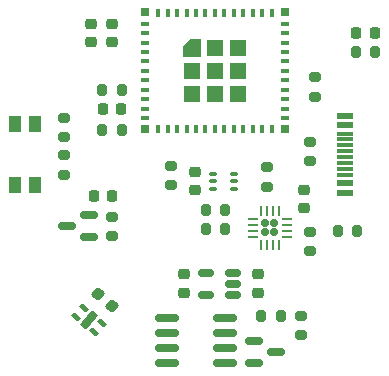
<source format=gtp>
G04 #@! TF.GenerationSoftware,KiCad,Pcbnew,6.0.5-a6ca702e91~116~ubuntu20.04.1*
G04 #@! TF.CreationDate,2022-06-15T15:16:03+00:00*
G04 #@! TF.ProjectId,PlantBuddy,506c616e-7442-4756-9464-792e6b696361,rev?*
G04 #@! TF.SameCoordinates,Original*
G04 #@! TF.FileFunction,Paste,Top*
G04 #@! TF.FilePolarity,Positive*
%FSLAX46Y46*%
G04 Gerber Fmt 4.6, Leading zero omitted, Abs format (unit mm)*
G04 Created by KiCad (PCBNEW 6.0.5-a6ca702e91~116~ubuntu20.04.1) date 2022-06-15 15:16:03*
%MOMM*%
%LPD*%
G01*
G04 APERTURE LIST*
G04 Aperture macros list*
%AMRoundRect*
0 Rectangle with rounded corners*
0 $1 Rounding radius*
0 $2 $3 $4 $5 $6 $7 $8 $9 X,Y pos of 4 corners*
0 Add a 4 corners polygon primitive as box body*
4,1,4,$2,$3,$4,$5,$6,$7,$8,$9,$2,$3,0*
0 Add four circle primitives for the rounded corners*
1,1,$1+$1,$2,$3*
1,1,$1+$1,$4,$5*
1,1,$1+$1,$6,$7*
1,1,$1+$1,$8,$9*
0 Add four rect primitives between the rounded corners*
20,1,$1+$1,$2,$3,$4,$5,0*
20,1,$1+$1,$4,$5,$6,$7,0*
20,1,$1+$1,$6,$7,$8,$9,0*
20,1,$1+$1,$8,$9,$2,$3,0*%
%AMRotRect*
0 Rectangle, with rotation*
0 The origin of the aperture is its center*
0 $1 length*
0 $2 width*
0 $3 Rotation angle, in degrees counterclockwise*
0 Add horizontal line*
21,1,$1,$2,0,0,$3*%
G04 Aperture macros list end*
%ADD10C,0.010000*%
%ADD11RoundRect,0.200000X-0.200000X-0.275000X0.200000X-0.275000X0.200000X0.275000X-0.200000X0.275000X0*%
%ADD12RoundRect,0.225000X0.250000X-0.225000X0.250000X0.225000X-0.250000X0.225000X-0.250000X-0.225000X0*%
%ADD13RoundRect,0.200000X0.200000X0.275000X-0.200000X0.275000X-0.200000X-0.275000X0.200000X-0.275000X0*%
%ADD14RoundRect,0.200000X-0.275000X0.200000X-0.275000X-0.200000X0.275000X-0.200000X0.275000X0.200000X0*%
%ADD15RoundRect,0.160000X-0.160000X-0.160000X0.160000X-0.160000X0.160000X0.160000X-0.160000X0.160000X0*%
%ADD16RoundRect,0.062500X-0.375000X-0.062500X0.375000X-0.062500X0.375000X0.062500X-0.375000X0.062500X0*%
%ADD17RoundRect,0.062500X-0.062500X-0.375000X0.062500X-0.375000X0.062500X0.375000X-0.062500X0.375000X0*%
%ADD18RoundRect,0.150000X0.512500X0.150000X-0.512500X0.150000X-0.512500X-0.150000X0.512500X-0.150000X0*%
%ADD19R,1.450000X0.600000*%
%ADD20R,1.450000X0.300000*%
%ADD21R,1.000000X1.450000*%
%ADD22RoundRect,0.218750X-0.218750X-0.256250X0.218750X-0.256250X0.218750X0.256250X-0.218750X0.256250X0*%
%ADD23R,0.800000X0.400000*%
%ADD24R,0.400000X0.800000*%
%ADD25R,1.450000X1.450000*%
%ADD26R,0.700000X0.700000*%
%ADD27RoundRect,0.225000X-0.250000X0.225000X-0.250000X-0.225000X0.250000X-0.225000X0.250000X0.225000X0*%
%ADD28RoundRect,0.150000X-0.825000X-0.150000X0.825000X-0.150000X0.825000X0.150000X-0.825000X0.150000X0*%
%ADD29RoundRect,0.200000X0.275000X-0.200000X0.275000X0.200000X-0.275000X0.200000X-0.275000X-0.200000X0*%
%ADD30RoundRect,0.075000X-0.250000X-0.075000X0.250000X-0.075000X0.250000X0.075000X-0.250000X0.075000X0*%
%ADD31RoundRect,0.225000X0.225000X0.250000X-0.225000X0.250000X-0.225000X-0.250000X0.225000X-0.250000X0*%
%ADD32RoundRect,0.225000X-0.333057X-0.046884X0.011663X-0.336138X0.333057X0.046884X-0.011663X0.336138X0*%
%ADD33RoundRect,0.150000X-0.587500X-0.150000X0.587500X-0.150000X0.587500X0.150000X-0.587500X0.150000X0*%
%ADD34RoundRect,0.014000X-0.380031X0.108713X0.173053X-0.355379X0.380031X-0.108713X-0.173053X0.355379X0*%
%ADD35RotRect,0.700000X1.600000X320.000000*%
%ADD36RoundRect,0.150000X0.587500X0.150000X-0.587500X0.150000X-0.587500X-0.150000X0.587500X-0.150000X0*%
G04 APERTURE END LIST*
G04 #@! TO.C,U5*
G36*
X86624080Y-42156171D02*
G01*
X85174080Y-42156171D01*
X85174080Y-41306171D01*
X85774080Y-40706171D01*
X86624080Y-40706171D01*
X86624080Y-42156171D01*
G37*
D10*
X86624080Y-42156171D02*
X85174080Y-42156171D01*
X85174080Y-41306171D01*
X85774080Y-40706171D01*
X86624080Y-40706171D01*
X86624080Y-42156171D01*
G04 #@! TD*
D11*
G04 #@! TO.C,R6*
X87119080Y-55160171D03*
X88769080Y-55160171D03*
G04 #@! TD*
D12*
G04 #@! TO.C,C9*
X77403080Y-40949171D03*
X77403080Y-39399171D03*
G04 #@! TD*
G04 #@! TO.C,C11*
X85277080Y-62171171D03*
X85277080Y-60621171D03*
G04 #@! TD*
G04 #@! TO.C,C8*
X79181080Y-40949171D03*
X79181080Y-39399171D03*
G04 #@! TD*
D13*
G04 #@! TO.C,R10*
X88769080Y-56811171D03*
X87119080Y-56811171D03*
G04 #@! TD*
D14*
G04 #@! TO.C,R13*
X75117080Y-50525171D03*
X75117080Y-52175171D03*
G04 #@! TD*
D15*
G04 #@! TO.C,U4*
X92116080Y-56284171D03*
X92916080Y-57084171D03*
X92116080Y-57084171D03*
X92916080Y-56284171D03*
D16*
X91078580Y-55934171D03*
X91078580Y-56434171D03*
X91078580Y-56934171D03*
X91078580Y-57434171D03*
D17*
X91766080Y-58121671D03*
X92266080Y-58121671D03*
X92766080Y-58121671D03*
X93266080Y-58121671D03*
D16*
X93953580Y-57434171D03*
X93953580Y-56934171D03*
X93953580Y-56434171D03*
X93953580Y-55934171D03*
D17*
X93266080Y-55246671D03*
X92766080Y-55246671D03*
X92266080Y-55246671D03*
X91766080Y-55246671D03*
G04 #@! TD*
D18*
G04 #@! TO.C,U6*
X89406580Y-62396171D03*
X89406580Y-61446171D03*
X89406580Y-60496171D03*
X87131580Y-60496171D03*
X87131580Y-62396171D03*
G04 #@! TD*
D19*
G04 #@! TO.C,J1*
X98885080Y-53711171D03*
X98885080Y-52911171D03*
D20*
X98885080Y-51711171D03*
X98885080Y-50711171D03*
X98885080Y-50211171D03*
X98885080Y-49211171D03*
D19*
X98885080Y-48011171D03*
X98885080Y-47211171D03*
X98885080Y-47211171D03*
X98885080Y-48011171D03*
D20*
X98885080Y-48711171D03*
X98885080Y-49711171D03*
X98885080Y-51211171D03*
X98885080Y-52211171D03*
D19*
X98885080Y-52911171D03*
X98885080Y-53711171D03*
G04 #@! TD*
D21*
G04 #@! TO.C,SW1*
X70965080Y-47886171D03*
X70965080Y-53036171D03*
X72665080Y-53036171D03*
X72665080Y-47886171D03*
G04 #@! TD*
D14*
G04 #@! TO.C,R3*
X92262080Y-51541171D03*
X92262080Y-53191171D03*
G04 #@! TD*
D13*
G04 #@! TO.C,R8*
X80006080Y-45000171D03*
X78356080Y-45000171D03*
G04 #@! TD*
D22*
G04 #@! TO.C,D4*
X99856580Y-40174171D03*
X101431580Y-40174171D03*
G04 #@! TD*
D14*
G04 #@! TO.C,R17*
X79181080Y-55732171D03*
X79181080Y-57382171D03*
G04 #@! TD*
G04 #@! TO.C,R12*
X95183080Y-64114171D03*
X95183080Y-65764171D03*
G04 #@! TD*
D23*
G04 #@! TO.C,U5*
X81974080Y-39406171D03*
X81974080Y-40206171D03*
X81974080Y-41006171D03*
X81974080Y-41806171D03*
X81974080Y-42606171D03*
X81974080Y-43406171D03*
X81974080Y-44206171D03*
X81974080Y-45006171D03*
X81974080Y-45806171D03*
X81974080Y-46606171D03*
X81974080Y-47406171D03*
D24*
X83074080Y-48306171D03*
X83874080Y-48306171D03*
X84674080Y-48306171D03*
X85474080Y-48306171D03*
X86274080Y-48306171D03*
X87074080Y-48306171D03*
X87874080Y-48306171D03*
X88674080Y-48306171D03*
X89474080Y-48306171D03*
X90274080Y-48306171D03*
X91074080Y-48306171D03*
X91874080Y-48306171D03*
X92674080Y-48306171D03*
D23*
X93774080Y-47406171D03*
X93774080Y-46606171D03*
X93774080Y-45806171D03*
X93774080Y-45006171D03*
X93774080Y-44206171D03*
X93774080Y-43406171D03*
X93774080Y-42606171D03*
X93774080Y-41806171D03*
X93774080Y-41006171D03*
X93774080Y-40206171D03*
X93774080Y-39406171D03*
D24*
X92674080Y-38506171D03*
X91874080Y-38506171D03*
X91074080Y-38506171D03*
X90274080Y-38506171D03*
X89474080Y-38506171D03*
X88674080Y-38506171D03*
X87874080Y-38506171D03*
X87074080Y-38506171D03*
X86274080Y-38506171D03*
X85474080Y-38506171D03*
X84674080Y-38506171D03*
X83874080Y-38506171D03*
X83074080Y-38506171D03*
D25*
X87874080Y-41431171D03*
X89849080Y-41431171D03*
X89849080Y-43406171D03*
X89849080Y-45381171D03*
X87874080Y-45381171D03*
X85899080Y-45381171D03*
X85899080Y-43406171D03*
X87874080Y-43406171D03*
D26*
X93824080Y-38456171D03*
X93824080Y-48356171D03*
X81924080Y-48356171D03*
X81924080Y-38456171D03*
G04 #@! TD*
D27*
G04 #@! TO.C,C5*
X95437080Y-53496171D03*
X95437080Y-55046171D03*
G04 #@! TD*
D14*
G04 #@! TO.C,R1*
X95945080Y-49402171D03*
X95945080Y-51052171D03*
G04 #@! TD*
D11*
G04 #@! TO.C,R18*
X99819080Y-41825171D03*
X101469080Y-41825171D03*
G04 #@! TD*
D13*
G04 #@! TO.C,R9*
X93468080Y-64177171D03*
X91818080Y-64177171D03*
G04 #@! TD*
D28*
G04 #@! TO.C,U3*
X83818080Y-64304171D03*
X83818080Y-65574171D03*
X83818080Y-66844171D03*
X83818080Y-68114171D03*
X88768080Y-68114171D03*
X88768080Y-66844171D03*
X88768080Y-65574171D03*
X88768080Y-64304171D03*
G04 #@! TD*
D29*
G04 #@! TO.C,R11*
X95945080Y-58652171D03*
X95945080Y-57002171D03*
G04 #@! TD*
D14*
G04 #@! TO.C,R4*
X84134080Y-51414171D03*
X84134080Y-53064171D03*
G04 #@! TD*
D30*
G04 #@! TO.C,U1*
X87690080Y-52097171D03*
X87690080Y-52747171D03*
X87690080Y-53397171D03*
X89490080Y-53397171D03*
X89490080Y-52747171D03*
X89490080Y-52097171D03*
G04 #@! TD*
D31*
G04 #@! TO.C,C3*
X79956080Y-46651171D03*
X78406080Y-46651171D03*
G04 #@! TD*
D13*
G04 #@! TO.C,R14*
X80006080Y-48429171D03*
X78356080Y-48429171D03*
G04 #@! TD*
D14*
G04 #@! TO.C,R7*
X75117080Y-47350171D03*
X75117080Y-49000171D03*
G04 #@! TD*
D32*
G04 #@! TO.C,C2*
X78013383Y-62317251D03*
X79200751Y-63313571D03*
G04 #@! TD*
D27*
G04 #@! TO.C,C1*
X86177080Y-51972171D03*
X86177080Y-53522171D03*
G04 #@! TD*
D13*
G04 #@! TO.C,R5*
X99945080Y-56938171D03*
X98295080Y-56938171D03*
G04 #@! TD*
D33*
G04 #@! TO.C,Q2*
X91197580Y-66275171D03*
X91197580Y-68175171D03*
X93072580Y-67225171D03*
G04 #@! TD*
D12*
G04 #@! TO.C,C10*
X91500080Y-62171171D03*
X91500080Y-60621171D03*
G04 #@! TD*
D14*
G04 #@! TO.C,R2*
X96326080Y-43921171D03*
X96326080Y-45571171D03*
G04 #@! TD*
D34*
G04 #@! TO.C,U2*
X76797618Y-63462773D03*
X76154830Y-64228817D03*
X77640956Y-65475825D03*
X78283744Y-64709781D03*
D35*
X77219287Y-64469299D03*
G04 #@! TD*
D31*
G04 #@! TO.C,C6*
X79194080Y-54017171D03*
X77644080Y-54017171D03*
G04 #@! TD*
D36*
G04 #@! TO.C,Q1*
X77197580Y-57507171D03*
X77197580Y-55607171D03*
X75322580Y-56557171D03*
G04 #@! TD*
M02*

</source>
